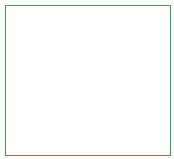
<source format=gbr>
%TF.GenerationSoftware,KiCad,Pcbnew,7.0.9*%
%TF.CreationDate,2024-01-16T18:08:56-05:00*%
%TF.ProjectId,FilpperZero_Gameboy_Link_V2,46696c70-7065-4725-9a65-726f5f47616d,1.2*%
%TF.SameCoordinates,Original*%
%TF.FileFunction,Profile,NP*%
%FSLAX46Y46*%
G04 Gerber Fmt 4.6, Leading zero omitted, Abs format (unit mm)*
G04 Created by KiCad (PCBNEW 7.0.9) date 2024-01-16 18:08:56*
%MOMM*%
%LPD*%
G01*
G04 APERTURE LIST*
%TA.AperFunction,Profile*%
%ADD10C,0.100000*%
%TD*%
G04 APERTURE END LIST*
D10*
X133604000Y-50927000D02*
X147574000Y-50927000D01*
X147574000Y-63627000D01*
X133604000Y-63627000D01*
X133604000Y-50927000D01*
M02*

</source>
